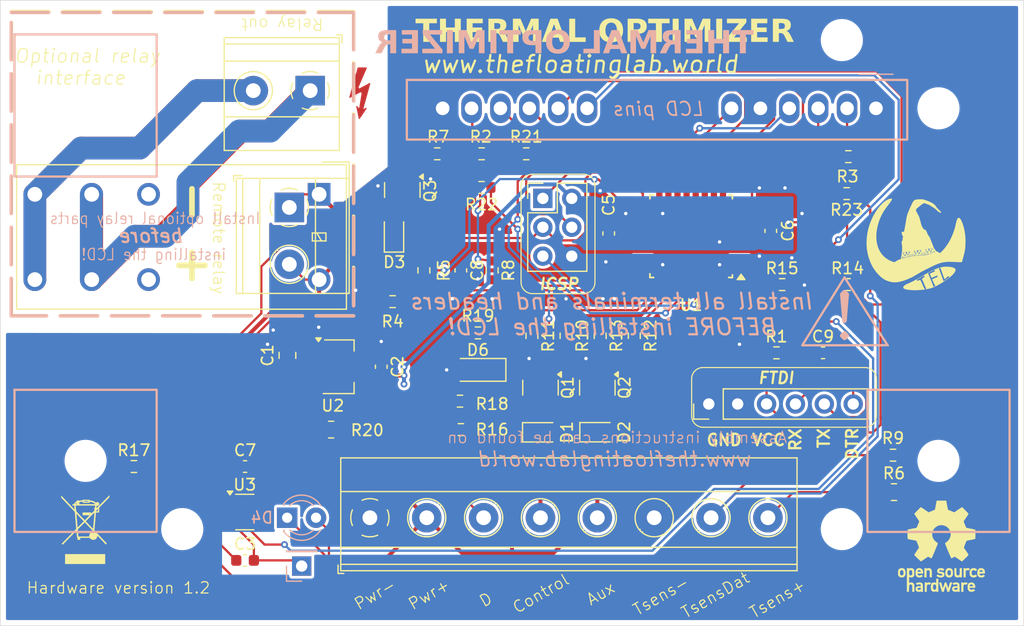
<source format=kicad_pcb>
(kicad_pcb
	(version 20240108)
	(generator "pcbnew")
	(generator_version "8.0")
	(general
		(thickness 1.6)
		(legacy_teardrops no)
	)
	(paper "A4")
	(layers
		(0 "F.Cu" signal)
		(31 "B.Cu" signal)
		(32 "B.Adhes" user "B.Adhesive")
		(33 "F.Adhes" user "F.Adhesive")
		(34 "B.Paste" user)
		(35 "F.Paste" user)
		(36 "B.SilkS" user "B.Silkscreen")
		(37 "F.SilkS" user "F.Silkscreen")
		(38 "B.Mask" user)
		(39 "F.Mask" user)
		(40 "Dwgs.User" user "User.Drawings")
		(41 "Cmts.User" user "User.Comments")
		(42 "Eco1.User" user "User.Eco1")
		(43 "Eco2.User" user "User.Eco2")
		(44 "Edge.Cuts" user)
		(45 "Margin" user)
		(46 "B.CrtYd" user "B.Courtyard")
		(47 "F.CrtYd" user "F.Courtyard")
		(48 "B.Fab" user)
		(49 "F.Fab" user)
		(50 "User.1" user)
		(51 "User.2" user)
		(52 "User.3" user)
		(53 "User.4" user)
		(54 "User.5" user)
		(55 "User.6" user)
		(56 "User.7" user)
		(57 "User.8" user)
		(58 "User.9" user)
	)
	(setup
		(pad_to_mask_clearance 0)
		(allow_soldermask_bridges_in_footprints no)
		(pcbplotparams
			(layerselection 0x00010fc_ffffffff)
			(plot_on_all_layers_selection 0x0000000_00000000)
			(disableapertmacros no)
			(usegerberextensions yes)
			(usegerberattributes no)
			(usegerberadvancedattributes no)
			(creategerberjobfile no)
			(dashed_line_dash_ratio 12.000000)
			(dashed_line_gap_ratio 3.000000)
			(svgprecision 4)
			(plotframeref no)
			(viasonmask no)
			(mode 1)
			(useauxorigin no)
			(hpglpennumber 1)
			(hpglpenspeed 20)
			(hpglpendiameter 15.000000)
			(pdf_front_fp_property_popups yes)
			(pdf_back_fp_property_popups yes)
			(dxfpolygonmode yes)
			(dxfimperialunits yes)
			(dxfusepcbnewfont yes)
			(psnegative no)
			(psa4output no)
			(plotreference yes)
			(plotvalue yes)
			(plotfptext yes)
			(plotinvisibletext no)
			(sketchpadsonfab no)
			(subtractmaskfromsilk yes)
			(outputformat 1)
			(mirror no)
			(drillshape 0)
			(scaleselection 1)
			(outputdirectory "")
		)
	)
	(net 0 "")
	(net 1 "Net-(D3-A)")
	(net 2 "Net-(D1-A)")
	(net 3 "Net-(D2-A)")
	(net 4 "GND")
	(net 5 "Net-(D1-K)")
	(net 6 "Net-(U2-VIN)")
	(net 7 "Net-(U1-PB2)")
	(net 8 "Net-(J1-Pin_5)")
	(net 9 "Net-(J1-Pin_4)")
	(net 10 "Net-(M1-Backlight_+)")
	(net 11 "Net-(M1-Contrast)")
	(net 12 "Net-(U1-PC1)")
	(net 13 "Net-(J3-Pin_8)")
	(net 14 "Net-(Q1-G)")
	(net 15 "Net-(U1-PC3)")
	(net 16 "Net-(Q2-G)")
	(net 17 "Net-(Q3-G)")
	(net 18 "Net-(U1-PC4)")
	(net 19 "Net-(D6-K)")
	(net 20 "Net-(D4-A)")
	(net 21 "Net-(J1-Pin_3)")
	(net 22 "Net-(J1-Pin_1)")
	(net 23 "Net-(J2-Pin_1)")
	(net 24 "unconnected-(U3-Toggle-Pad6)")
	(net 25 "Net-(U1-PD2)")
	(net 26 "Net-(J5-Pin_5)")
	(net 27 "Net-(U1-AREF)")
	(net 28 "unconnected-(U1-XTAL1{slash}PB6-Pad7)")
	(net 29 "Net-(J5-Pin_4)")
	(net 30 "Net-(M1-D5)")
	(net 31 "Net-(M1-D6)")
	(net 32 "unconnected-(U1-XTAL2{slash}PB7-Pad8)")
	(net 33 "Net-(M1-D7)")
	(net 34 "Net-(M1-D4)")
	(net 35 "Net-(M1-EN)")
	(net 36 "Net-(M1-RS)")
	(net 37 "Net-(J5-Pin_6)")
	(net 38 "Net-(J3-Pin_7)")
	(net 39 "Net-(R2-Pad2)")
	(net 40 "Net-(R22-Pad1)")
	(net 41 "Net-(U1-PC0)")
	(net 42 "Net-(U1-PD3)")
	(net 43 "Net-(U1-PE1)")
	(net 44 "Net-(J3-Pin_3)")
	(net 45 "Net-(J4-Pin_2)")
	(net 46 "Net-(J4-Pin_1)")
	(net 47 "unconnected-(K1-Pad12)")
	(net 48 "Net-(J1-Pin_2)")
	(net 49 "Net-(D4-K)")
	(footprint "Capacitor_SMD:C_0603_1608Metric" (layer "F.Cu") (at 167.75 80.25 -90))
	(footprint "Diode_SMD:D_SOD-323" (layer "F.Cu") (at 179.8225 94.48))
	(footprint "Symbol:OSHW-Logo_7.5x8mm_SilkScreen" (layer "F.Cu") (at 210 104.5))
	(footprint "Capacitor_SMD:C_0603_1608Metric" (layer "F.Cu") (at 148.775 105.75 180))
	(footprint "Connector_PinHeader_2.54mm:PinHeader_1x06_P2.54mm_Vertical" (layer "F.Cu") (at 189.55 92 90))
	(footprint "Capacitor_SMD:C_0603_1608Metric" (layer "F.Cu") (at 160.75 88.725 -90))
	(footprint "Capacitor_SMD:C_0805_2012Metric" (layer "F.Cu") (at 152.5 87.725 -90))
	(footprint "Package_QFP:TQFP-32_7x7mm_P0.8mm" (layer "F.Cu") (at 188 77.25 180))
	(footprint "logos:tfl-logo09mm" (layer "F.Cu") (at 207.78 78.02))
	(footprint "Resistor_SMD:R_0603_1608Metric" (layer "F.Cu") (at 165.675 70 180))
	(footprint "MountingHole:MountingHole_3.2mm_M3_DIN965" (layer "F.Cu") (at 143.25 60))
	(footprint "Resistor_SMD:R_0603_1608Metric" (layer "F.Cu") (at 164.5 80.25 90))
	(footprint "Resistor_SMD:R_0603_1608Metric" (layer "F.Cu") (at 174 86 -90))
	(footprint "Resistor_SMD:R_0805_2012Metric" (layer "F.Cu") (at 205.8375 99.75))
	(footprint "Symbol:WEEE-Logo_4.2x6mm_SilkScreen" (layer "F.Cu") (at 134.72 103.05))
	(footprint "Resistor_SMD:R_0603_1608Metric" (layer "F.Cu") (at 167.675 91.75 180))
	(footprint "Capacitor_SMD:C_0603_1608Metric" (layer "F.Cu") (at 180.75 77 90))
	(footprint "MountingHole:MountingHole_3.2mm_M3_DIN965" (layer "F.Cu") (at 201.25 103))
	(footprint "Resistor_SMD:R_0603_1608Metric" (layer "F.Cu") (at 180 86 -90))
	(footprint "Capacitor_SMD:C_0603_1608Metric" (layer "F.Cu") (at 148.775 97.5))
	(footprint "Resistor_SMD:R_0603_1608Metric" (layer "F.Cu") (at 183 86 -90))
	(footprint "Diode_SMD:D_SOD-323"
		(layer "F.Cu")
		(uuid "762b124e-fa62-48fb-8015-9bf4b17efc26")
		(at 161.87 77.03 90)
		(descr "SOD-323")
		(tags "SOD-323")
		(property "Reference" "D3"
			(at -2.495 0.03 0)
			(layer "F.SilkS")
			(uuid "a8d70efa-eab6-4c37-b2ef-c4f0c38b86c1")
			(effects
				(font
					(size 1 1)
					(thickness 0.15)
				)
			)
		)
		(property "Value" "1N5819WS"
			(at 0.1 1.9 -90)
			(layer "F.Fab")
			(uuid "11d82489-906c-41d6-a607-f244f655ac10")
			(effects
				(font
					(size 1 1)
					(thickness 0.15)
				)
			)
		)
		(property "Footprint" "Diode_SMD:D_SOD-323"
			(at 0 0 90)
			(unlocked yes)
			(layer "F.Fab")
			(hide yes)
			(uuid "5f5c92b8-0d10-45c8-b9c7-117c80e5d472")
			(effects
				(font
					(size 1.27 1.27)
					(thickness 0.15)
				)
			)
		)
		(property "Datasheet" "https://datasheet.lcsc.com/lcsc/2204281430_Guangdong-Hottech-1N5819WS_C191023.pdf"
			(at 0 0 90)
			(unlocked yes)
			(layer "F.Fab")
			(hide yes)
			(uuid "2b988de4-be5c-402d-94ec-5e8f603564bf")
			(effects
				(font
					(size 1.27 1.27)
					(thickness 0.15)
				)
			)
		)
		(property "Description" "40V 600mV@1A 1A SOD-323 Schottky Barrier Diodes, SOD-323"
			(at 0 0 90)
			(unlocked yes)
			(layer "F.Fab")
			(hide yes)
			(uuid "ea2da029-6d40-4bc6-9344-4df93bdb04b9")
			(effects
				(font
					(size 1.27 1.27)
					(thickness 0.15)
				)
			)
		)
		(property "LCSC" "C191023"
			(at 0 0 90)
			(unlocked yes)
			(layer "F.Fab")
			(hide yes)
			(uuid "b999199d-599f-4a63-abbd-3656d098cd89")
			(effects
				(font
					(size 1 1)
					(thickness 0.15)
				)
			)
		)
		(property ki_fp_filters "D*SOD?323*")
		(path "/14eb8fc4-3ab8-456c-a121-af4b78a3eb78")
		(sheetname "Root")
		(sheetfile "ThermalOptimizer.kicad_sch")
		(attr smd)
		(fp_line
			(start -1.61 -0.85)
			(end 1.05 -0.85)
			(stroke
				(width 0.12)
				(type solid)
			)
			(layer "F.SilkS")
			(uuid "94ad8756-b393-44ef-b046-8e2cad7479e7")
		)
		(fp_line
			(start -1.61 -0.85)
			(end -1.61 0.85)
			(stroke
				(width 0.12)
				(type solid)
			)
			(layer "F.SilkS")
			(uuid "a279ddb4-c10c-4cd5-9e8a-02e1697242b0")
		)
		(fp_line
			(start -1.61 0.85)
			(end 1.05 0.85)
			(stroke
				(width 0.12)
				(type solid)
			)
			(layer "F.SilkS")
			(uuid "d0e28805-e5f1-4ae0-bc39-39c5bab8be1f")
		)
		(fp_line
			(start 1.6 -0.95)
			(end 1.6 0.95)
			(stroke
				(width 0.05)
				(type solid)
			)
			(layer "F.CrtYd")
			(uuid "0cb13213-dfd1-41d9-adba-50ad63384d9a")
		)
		(fp_line
			(start -1.6 -0.95)
			(end 1.6 -0.95)
			(stroke
				(width 0.05)
				(type solid)
			)
			(layer "F.CrtYd")
			(uuid "49adac28-9dc5-4417-9a4e-a715a1253a0f")
		)
		(fp_line
			(start -1.6 -0.95)
			(end -1.6 0.95)
			(stroke
				(width 0.05)
				(type solid)
			)
			(layer "F.CrtYd")
			(uuid "bf9f6a84-aae5-43b7-ac82-9138f3f0072d")
		)
		(fp_line
			(start -1.6 0.95)
			(end 1.6 0.95)
			(stroke
				(width 0.05)
				(type solid)
			)
			(layer "F.CrtYd")
			(uuid "132ccff5-1229-4df9-bc10-73139d7c9c6e")
		)
		(fp_line
			(start 0.9 -0.7)
			(end 0.9 0.7)
			(stroke
				(width 0.1)
				(type solid)
			)
			(layer "F.Fab")
			(uuid "58881069-3539-460f-a045-c345d192b116")
		)
		(fp_line
			(start -0.9 -0.7)
			(end 0.9 -0.7)
			(stroke
				(width 0.1)
				(type solid)
			)
			(layer "F.Fab")
			(uuid "cb277e39-2b62-4def-90b4-8c0d482a3a37")
		)
		(fp_line
			(start 0.2 -0.35)
			(end 0.2 0.35)
			(stroke
				(width 0.1)
				(type solid)
			)
			(layer "F.Fab")
			(uuid "7de92c8a-1db8-40f2-8051-92278fc0e1c6")
		)
		(fp_line
			(start -0.3 -0.35)
			(end -0.3 0.35)
			(stroke
				(width 0.1)
				(type solid)
			)
			(layer "F.Fab")
			(uuid "becfc110-8b28-4ad5-9f36-dac5d54f4118")
		)
		(fp_line
			(start 0.2 0)
			(end 0.45 0)
			(stroke
				(width 0.1)
				(type solid)
			)
			(layer "F.Fab")
			(uuid "fe580f2e-1cca-467a-b76c-5410a3443d4c")
		)
		(fp_line
			(start -0.3 0)
			(end 0.2 -0.35)
			(stroke
				(width 0.1)
				(type solid)
			)
			(layer "F.Fab")
			(uuid "322fddd6-87c0-4804-be66-45a445360917")
		)
		(fp_line
			(start -0.3 0)
			(end -0.5 0)
			(stroke
				(width 0.1)
				(type solid)
			)
			(layer "F.Fab")
			(uuid "b0fccf54-d83c-4bb8-9fb6-006f9233721e")
		)
		(fp_line
			(start 0.2 0.35)
			(end -0.3 0)
			(stroke
				(width 0.1)
				(type solid)
			)
			(layer "F.Fab")
			(uuid "39d12741-3c23-40ef-bcef-f5ef0d56efcc")
		)
		(fp_line
			(start 0.9 0.7)
			(end -0.9 0.7)
			(stroke
				(width 0.1)
				(type solid)
			)
			(layer "F.Fab")
			(uuid "db2eaa11-4cca-41d5-a578-53f244c98a9c")
		)
		(fp_line
			(start -0.9 0.7)
			(end -0.9 -0.7)
			(stroke
				(width 0.1)
				(type solid)
			)
			(layer "F.Fab")
			(uuid "672b5e34-cb67-4c7c-a64c-4670a3d25542")
		)
		(fp_text user "${REFERENCE}"
			(at 0 -1.85 -90)
			(layer "F.Fab")
			(uuid "26bc374b-4710-47d1-b568-087e846aded4")
			(effects
				(font
					(size 1 1)
					(thickness 0.15)
				)
			)
		)
		(pad "1" smd roundrect
			(at -1.05 0 90)
			(size 0.6 0.45)
			(layers "F.Cu" "F.Paste" "F.Mask")
			(roundrect_rratio 0.25)
			(net 5 "Net-(D1-K)")
			(pinfunction "K")
			(pintype "passive")
			(uuid "2cacb4a6-1762-42c6-8b03-e3b0b94fe131")
		)
		(pad "2" smd roundrect
			(at 1.05 0 90)
			(size 0.6 0.45)
			(layers "F.Cu" "F.Paste" "F.Mask")
			(roundrect_rratio 0.25)
			(net 1 "Net-(D3-A)")
		
... [493746 chars truncated]
</source>
